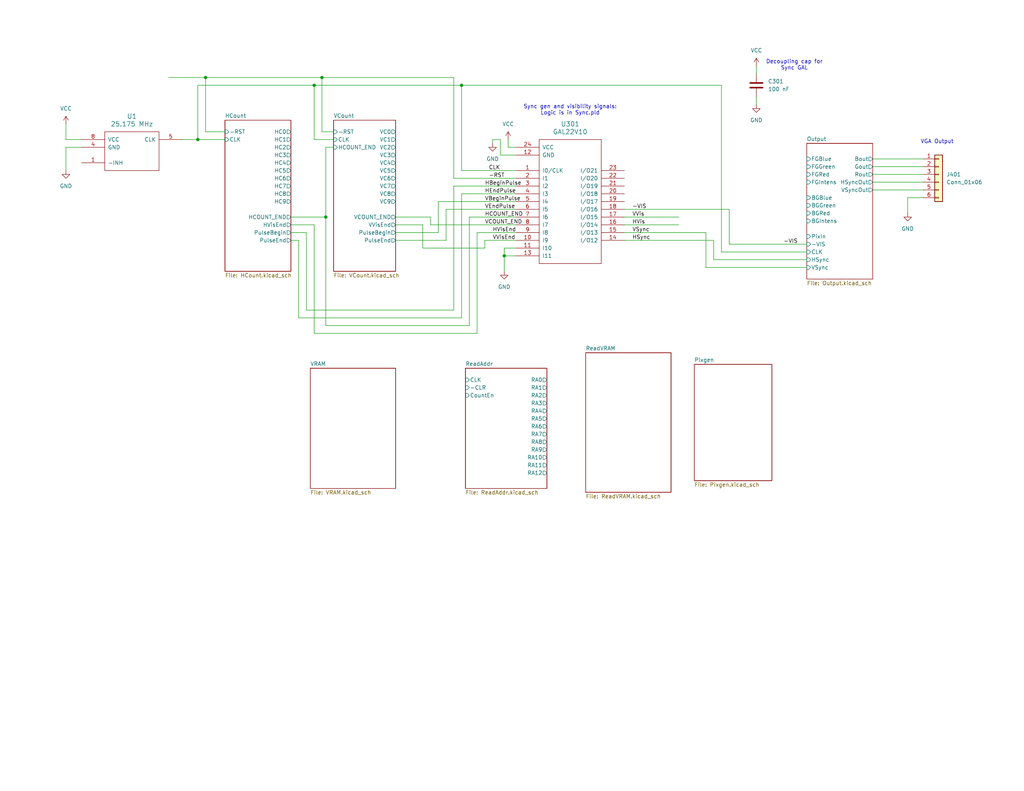
<source format=kicad_sch>
(kicad_sch (version 20231120) (generator "eeschema") (generator_version "8.0")
  (paper "User" 335.28 259.08)
  (title_block (title "Hardware VGA") (company "daveho hacks"))
  (lib_symbols
    (symbol "Connector_Generic:Conn_01x06" (pin_names (offset 1.016) hide)
      (property "Reference" "J" (at 0 7.62 0))
      (property "Value" "Conn_01x06" (at 0 -10.16 0))
      (symbol "Conn_01x06_1_1"
        (rectangle (start -1.27 -7.493) (end 0 -7.747) (stroke (width 0.1524)))
        (rectangle (start -1.27 -4.953) (end 0 -5.207) (stroke (width 0.1524)))
        (rectangle (start -1.27 -2.413) (end 0 -2.667) (stroke (width 0.1524)))
        (rectangle (start -1.27 0.127) (end 0 -0.127) (stroke (width 0.1524)))
        (rectangle (start -1.27 2.667) (end 0 2.413) (stroke (width 0.1524)))
        (rectangle (start -1.27 5.207) (end 0 4.953) (stroke (width 0.1524)))
        (rectangle (start -1.27 6.35) (end 1.27 -8.89) (stroke (width 0.254)) (fill (type background)))
        (pin passive line (at -5.08 5.08 0) (length 3.81) (name "Pin_1") (number "1"))
        (pin passive line (at -5.08 2.54 0) (length 3.81) (name "Pin_2") (number "2"))
        (pin passive line (at -5.08 0 0) (length 3.81) (name "Pin_3") (number "3"))
        (pin passive line (at -5.08 -2.54 0) (length 3.81) (name "Pin_4") (number "4"))
        (pin passive line (at -5.08 -5.08 0) (length 3.81) (name "Pin_5") (number "5"))
        (pin passive line (at -5.08 -7.62 0) (length 3.81) (name "Pin_6") (number "6"))
      )
    )
    (symbol "Device:C" (pin_numbers hide) (pin_names (offset 0.254))
      (property "Reference" "C" (at 0.635 2.54 0))
      (property "Value" "C" (at 0.635 -2.54 0))
      (symbol "C_0_1"
        (polyline (pts (xy -2.032 -0.762) (xy 2.032 -0.762)) (stroke (width 0.508)))
        (polyline (pts (xy -2.032 0.762) (xy 2.032 0.762)) (stroke (width 0.508)))
      )
      (symbol "C_1_1"
        (pin passive line (at 0 3.81 270) (length 2.794) (name "~") (number "1"))
        (pin passive line (at 0 -3.81 90) (length 2.794) (name "~") (number "2"))
      )
    )
    (symbol "GND_1" (power) (pin_numbers hide) (pin_names (offset 0) hide)
      (property "Value" "GND" (at 0 -3.81 0))
      (symbol "GND_1_0_1"
        (polyline (pts (xy 0 0) (xy 0 -1.27) (xy 1.27 -1.27) (xy 0 -2.54) (xy -1.27 -1.27) (xy 0 -1.27)))
      )
      (symbol "GND_1_1_1"
        (pin power_in line (at 0 0 270) (length 0) (name "~") (number "1"))
      )
    )
    (symbol "GND_2" (power) (pin_numbers hide) (pin_names (offset 0) hide)
      (property "Value" "GND" (at 0 -3.81 0))
      (symbol "GND_2_0_1"
        (polyline (pts (xy 0 0) (xy 0 -1.27) (xy 1.27 -1.27) (xy 0 -2.54) (xy -1.27 -1.27) (xy 0 -1.27)))
      )
      (symbol "GND_2_1_1"
        (pin power_in line (at 0 0 270) (length 0) (name "~") (number "1"))
      )
    )
    (symbol "GND_3" (power) (pin_numbers hide) (pin_names (offset 0) hide)
      (property "Value" "GND" (at 0 -3.81 0))
      (symbol "GND_3_0_1"
        (polyline (pts (xy 0 0) (xy 0 -1.27) (xy 1.27 -1.27) (xy 0 -2.54) (xy -1.27 -1.27) (xy 0 -1.27)))
      )
      (symbol "GND_3_1_1"
        (pin power_in line (at 0 0 270) (length 0) (name "~") (number "1"))
      )
    )
    (symbol "GND_4" (power) (pin_numbers hide) (pin_names (offset 0) hide)
      (property "Value" "GND" (at 0 -3.81 0))
      (symbol "GND_4_0_1"
        (polyline (pts (xy 0 0) (xy 0 -1.27) (xy 1.27 -1.27) (xy 0 -2.54) (xy -1.27 -1.27) (xy 0 -1.27)))
      )
      (symbol "GND_4_1_1"
        (pin power_in line (at 0 0 270) (length 0) (name "~") (number "1"))
      )
    )
    (symbol "VCC_1" (power) (pin_numbers hide) (pin_names (offset 0) hide)
      (property "Value" "VCC" (at 0 3.556 0))
      (symbol "VCC_1_0_1"
        (polyline (pts (xy -0.762 1.27) (xy 0 2.54)))
        (polyline (pts (xy 0 0) (xy 0 2.54)))
        (polyline (pts (xy 0 2.54) (xy 0.762 1.27)))
      )
      (symbol "VCC_1_1_1"
        (pin power_in line (at 0 0 90) (length 0) (name "~") (number "1"))
      )
    )
    (symbol "VCC_2" (power) (pin_numbers hide) (pin_names (offset 0) hide)
      (property "Value" "VCC" (at 0 3.556 0))
      (symbol "VCC_2_0_1"
        (polyline (pts (xy -0.762 1.27) (xy 0 2.54)))
        (polyline (pts (xy 0 0) (xy 0 2.54)))
        (polyline (pts (xy 0 2.54) (xy 0.762 1.27)))
      )
      (symbol "VCC_2_1_1"
        (pin power_in line (at 0 0 90) (length 0) (name "~") (number "1"))
      )
    )
    (symbol "power:GND" (power) (pin_names (offset 0))
      (property "Value" "GND" (at 0 -3.81 0))
      (symbol "GND_0_1"
        (polyline (pts (xy 0 0) (xy 0 -1.27) (xy 1.27 -1.27) (xy 0 -2.54) (xy -1.27 -1.27) (xy 0 -1.27)))
      )
      (symbol "GND_1_1"
        (pin power_in line (at 0 0 270) (length 0) hide (name "GND") (number "1"))
      )
    )
    (symbol "power:VCC" (power) (pin_names (offset 0))
      (property "Value" "VCC" (at 0 3.81 0))
      (symbol "VCC_0_1"
        (polyline (pts (xy -0.762 1.27) (xy 0 2.54)))
        (polyline (pts (xy 0 0) (xy 0 2.54)))
        (polyline (pts (xy 0 2.54) (xy 0.762 1.27)))
      )
      (symbol "VCC_1_1"
        (pin power_in line (at 0 0 90) (length 0) hide (name "VCC") (number "1"))
      )
    )
    (symbol "ya68k:GAL22V10" (pin_names (offset 1.016))
      (property "Reference" "U" (at -1.27 20.32 0))
      (property "Value" "GAL22V10" (at 0 -24.13 0))
      (symbol "GAL22V10_0_1"
        (rectangle (start -10.16 19.05) (end 10.16 -21.59))
      )
      (symbol "GAL22V10_1_1"
        (pin input line (at -17.78 8.89 0) (length 7.62) (name "I0/CLK") (number "1"))
        (pin input line (at -17.78 -13.97 0) (length 7.62) (name "I9") (number "10"))
        (pin input line (at -17.78 -16.51 0) (length 7.62) (name "I10") (number "11"))
        (pin power_in line (at -17.78 13.97 0) (length 7.62) (name "GND") (number "12"))
        (pin input line (at -17.78 -19.05 0) (length 7.62) (name "I11") (number "13"))
        (pin bidirectional line (at 17.78 -13.97 180) (length 7.62) (name "I/O12") (number "14"))
        (pin bidirectional line (at 17.78 -11.43 180) (length 7.62) (name "I/O13") (number "15"))
        (pin bidirectional line (at 17.78 -8.89 180) (length 7.62) (name "I/O14") (number "16"))
        (pin bidirectional line (at 17.78 -6.35 180) (length 7.62) (name "I/O15") (number "17"))
        (pin bidirectional line (at 17.78 -3.81 180) (length 7.62) (name "I/O16") (number "18"))
        (pin bidirectional line (at 17.78 -1.27 180) (length 7.62) (name "I/O17") (number "19"))
        (pin input line (at -17.78 6.35 0) (length 7.62) (name "I1") (number "2"))
        (pin bidirectional line (at 17.78 1.27 180) (length 7.62) (name "I/O18") (number "20"))
        (pin bidirectional line (at 17.78 3.81 180) (length 7.62) (name "I/O19") (number "21"))
        (pin bidirectional line (at 17.78 6.35 180) (length 7.62) (name "I/O20") (number "22"))
        (pin bidirectional line (at 17.78 8.89 180) (length 7.62) (name "I/O21") (number "23"))
        (pin power_in line (at -17.78 16.51 0) (length 7.62) (name "VCC") (number "24"))
        (pin input line (at -17.78 3.81 0) (length 7.62) (name "I2") (number "3"))
        (pin input line (at -17.78 1.27 0) (length 7.62) (name "I3") (number "4"))
        (pin input line (at -17.78 -1.27 0) (length 7.62) (name "I4") (number "5"))
        (pin input line (at -17.78 -3.81 0) (length 7.62) (name "I5") (number "6"))
        (pin input line (at -17.78 -6.35 0) (length 7.62) (name "I6") (number "7"))
        (pin input line (at -17.78 -8.89 0) (length 7.62) (name "I7") (number "8"))
        (pin input line (at -17.78 -11.43 0) (length 7.62) (name "I8") (number "9"))
      )
    )
    (symbol "ya68k:XTAL_OSC_HALF_CAN" (pin_names (offset 1.016))
      (property "Reference" "U" (at 0 7.62 0))
      (property "Value" "XTAL_OSC_HALF_CAN" (at 0 -7.62 0))
      (symbol "XTAL_OSC_HALF_CAN_0_1"
        (rectangle (start -8.89 6.35) (end 8.89 -6.35))
      )
      (symbol "XTAL_OSC_HALF_CAN_1_1"
        (pin input line (at -16.51 -3.81 0) (length 7.62) (name "-INH") (number "1"))
        (pin input line (at -16.51 1.27 0) (length 7.62) (name "GND") (number "4"))
        (pin input line (at 16.51 3.81 180) (length 7.62) (name "CLK") (number "5"))
        (pin input line (at -16.51 3.81 0) (length 7.62) (name "VCC") (number "8"))
      )
    )
  )
  (junction (at 151.13 27.94))
  (junction (at 64.77 45.72))
  (junction (at 67.31 25.4))
  (junction (at 105.41 25.4))
  (junction (at 102.87 27.94))
  (junction (at 106.68 71.12))
  (junction (at 165.1 83.82))
  (wire (pts (xy 163.83 45.72) (xy 161.29 45.72)))
  (wire (pts (xy 129.54 73.66) (xy 138.43 73.66)))
  (wire (pts (xy 264.16 85.09) (xy 233.68 85.09)))
  (wire (pts (xy 67.31 25.4) (xy 105.41 25.4)))
  (wire (pts (xy 102.87 73.66) (xy 102.87 109.22)))
  (wire (pts (xy 285.75 54.61) (xy 302.26 54.61)))
  (wire (pts (xy 165.1 83.82) (xy 168.91 83.82)))
  (wire (pts (xy 297.18 64.77) (xy 297.18 69.85)))
  (wire (pts (xy 238.76 80.01) (xy 264.16 80.01)))
  (wire (pts (xy 21.59 48.26) (xy 21.59 55.88)))
  (wire (pts (xy 148.59 25.4) (xy 148.59 58.42)))
  (wire (pts (xy 73.66 43.18) (xy 67.31 43.18)))
  (wire (pts (xy 236.22 27.94) (xy 236.22 82.55)))
  (wire (pts (xy 138.43 73.66) (xy 138.43 81.28)))
  (wire (pts (xy 100.33 101.6) (xy 148.59 101.6)))
  (wire (pts (xy 105.41 25.4) (xy 105.41 43.18)))
  (wire (pts (xy 165.1 81.28) (xy 165.1 83.82)))
  (wire (pts (xy 236.22 82.55) (xy 264.16 82.55)))
  (wire (pts (xy 247.65 31.75) (xy 247.65 34.29)))
  (wire (pts (xy 156.21 109.22) (xy 156.21 76.2)))
  (wire (pts (xy 95.25 71.12) (xy 106.68 71.12)))
  (wire (pts (xy 163.83 50.8) (xy 163.83 45.72)))
  (wire (pts (xy 151.13 27.94) (xy 236.22 27.94)))
  (wire (pts (xy 129.54 76.2) (xy 143.51 76.2)))
  (wire (pts (xy 233.68 85.09) (xy 233.68 78.74)))
  (wire (pts (xy 204.47 73.66) (xy 222.25 73.66)))
  (wire (pts (xy 158.75 78.74) (xy 168.91 78.74)))
  (wire (pts (xy 156.21 76.2) (xy 168.91 76.2)))
  (wire (pts (xy 100.33 76.2) (xy 100.33 101.6)))
  (wire (pts (xy 26.67 48.26) (xy 21.59 48.26)))
  (wire (pts (xy 55.245 25.4) (xy 67.31 25.4)))
  (wire (pts (xy 26.67 45.72) (xy 21.59 45.72)))
  (wire (pts (xy 95.25 73.66) (xy 102.87 73.66)))
  (wire (pts (xy 102.87 109.22) (xy 156.21 109.22)))
  (wire (pts (xy 168.91 50.8) (xy 163.83 50.8)))
  (wire (pts (xy 161.29 45.72) (xy 161.29 46.99)))
  (wire (pts (xy 106.68 71.12) (xy 106.68 48.26)))
  (wire (pts (xy 165.1 83.82) (xy 165.1 88.9)))
  (wire (pts (xy 106.68 48.26) (xy 109.22 48.26)))
  (wire (pts (xy 148.59 101.6) (xy 148.59 60.96)))
  (wire (pts (xy 151.13 55.88) (xy 168.91 55.88)))
  (wire (pts (xy 168.91 73.66) (xy 140.97 73.66)))
  (wire (pts (xy 67.31 43.18) (xy 67.31 25.4)))
  (wire (pts (xy 148.59 58.42) (xy 168.91 58.42)))
  (wire (pts (xy 151.13 27.94) (xy 151.13 55.88)))
  (wire (pts (xy 204.47 78.74) (xy 233.68 78.74)))
  (wire (pts (xy 140.97 71.12) (xy 129.54 71.12)))
  (wire (pts (xy 109.22 43.18) (xy 105.41 43.18)))
  (wire (pts (xy 151.13 104.14) (xy 151.13 63.5)))
  (wire (pts (xy 21.59 40.64) (xy 21.59 45.72)))
  (wire (pts (xy 302.26 64.77) (xy 297.18 64.77)))
  (wire (pts (xy 204.47 76.2) (xy 231.14 76.2)))
  (wire (pts (xy 143.51 66.04) (xy 168.91 66.04)))
  (wire (pts (xy 146.05 68.58) (xy 168.91 68.58)))
  (wire (pts (xy 166.37 45.72) (xy 166.37 48.26)))
  (wire (pts (xy 64.77 45.72) (xy 73.66 45.72)))
  (wire (pts (xy 97.79 104.14) (xy 151.13 104.14)))
  (wire (pts (xy 168.91 48.26) (xy 166.37 48.26)))
  (wire (pts (xy 285.75 57.15) (xy 302.26 57.15)))
  (wire (pts (xy 168.91 81.28) (xy 165.1 81.28)))
  (wire (pts (xy 64.77 27.94) (xy 64.77 45.72)))
  (wire (pts (xy 158.75 81.28) (xy 158.75 78.74)))
  (wire (pts (xy 231.14 87.63) (xy 231.14 76.2)))
  (wire (pts (xy 285.75 62.23) (xy 302.26 62.23)))
  (wire (pts (xy 106.68 71.12) (xy 106.68 106.68)))
  (wire (pts (xy 105.41 25.4) (xy 148.59 25.4)))
  (wire (pts (xy 109.22 45.72) (xy 102.87 45.72)))
  (wire (pts (xy 204.47 68.58) (xy 238.76 68.58)))
  (wire (pts (xy 102.87 27.94) (xy 102.87 45.72)))
  (wire (pts (xy 151.13 63.5) (xy 168.91 63.5)))
  (wire (pts (xy 247.65 21.59) (xy 247.65 24.13)))
  (wire (pts (xy 138.43 81.28) (xy 158.75 81.28)))
  (wire (pts (xy 106.68 106.68) (xy 153.67 106.68)))
  (wire (pts (xy 143.51 66.04) (xy 143.51 76.2)))
  (wire (pts (xy 204.47 71.12) (xy 222.25 71.12)))
  (wire (pts (xy 285.75 59.69) (xy 302.26 59.69)))
  (wire (pts (xy 151.13 27.94) (xy 102.87 27.94)))
  (wire (pts (xy 95.25 76.2) (xy 100.33 76.2)))
  (wire (pts (xy 238.76 80.01) (xy 238.76 68.58)))
  (wire (pts (xy 140.97 73.66) (xy 140.97 71.12)))
  (wire (pts (xy 285.75 52.07) (xy 302.26 52.07)))
  (wire (pts (xy 146.05 78.74) (xy 146.05 68.58)))
  (wire (pts (xy 129.54 78.74) (xy 146.05 78.74)))
  (wire (pts (xy 95.25 78.74) (xy 97.79 78.74)))
  (wire (pts (xy 148.59 60.96) (xy 168.91 60.96)))
  (wire (pts (xy 64.77 27.94) (xy 102.87 27.94)))
  (wire (pts (xy 264.16 87.63) (xy 231.14 87.63)))
  (wire (pts (xy 97.79 78.74) (xy 97.79 104.14)))
  (wire (pts (xy 59.69 45.72) (xy 64.77 45.72)))
  (wire (pts (xy 168.91 71.12) (xy 153.67 71.12)))
  (wire (pts (xy 153.67 71.12) (xy 153.67 106.68)))
  (text "Decoupling cap for\nSync GAL" (at 260.096 21.336 0) (effects (font (size 1.27 1.27))))
  (text "Sync gen and visibility signals:\nLogic is in Sync.pld" (at 186.69 36.068 0) (effects (font (size 1.27 1.27))))
  (text "VGA Output" (at 306.832 46.482 0) (effects (font (size 1.27 1.27))))
  (label "HSync" (at 207.01 78.74 0))
  (label "HVisEnd" (at 161.29 76.2 0))
  (label "CLK" (at 160.02 55.88 0))
  (label "-VIS" (at 256.54 80.01 0))
  (label "VSync" (at 207.01 76.2 0))
  (label "VCOUNT_END" (at 158.75 73.66 0))
  (label "VVis" (at 207.01 71.12 0))
  (label "VEndPulse" (at 158.75 68.58 0))
  (label "-VIS" (at 207.01 68.58 0))
  (label "HEndPulse" (at 158.75 63.5 0))
  (label "VVisEnd" (at 161.29 78.74 0))
  (label "VBeginPulse" (at 158.75 66.04 0))
  (label "HVis" (at 207.01 73.66 0))
  (label "HBeginPulse" (at 158.75 60.96 0))
  (label "HCOUNT_END" (at 158.75 71.12 0))
  (label "-RST" (at 160.02 58.42 0))
  (symbol (lib_name "GND_4") (lib_id "power:GND") (at 297.18 69.85 0) (unit 1)
    (property "Reference" "#PWR091" (effects (hide yes)))
    (property "Value" "GND" (at 297.18 74.93 0))
    (property "Description" "Power symbol creates a global label with name \"GND\" , ground" (effects (hide yes)))
  )
  (symbol (lib_id "power:GND") (at 21.59 55.88 0) (unit 1)
    (property "Reference" "#PWR02" (effects (hide yes)))
    (property "Value" "GND" (at 21.59 60.96 0))
  )
  (symbol (lib_id "ya68k:XTAL_OSC_HALF_CAN") (at 43.18 49.53 0) (unit 1)
    (property "Reference" "U1" (at 43.18 38.1 0) (effects (font (size 1.524 1.524))))
    (property "Value" "25.175 MHz" (at 43.18 40.64 0) (effects (font (size 1.524 1.524))))
  )
  (symbol (lib_id "Device:C") (at 247.65 27.94 0) (unit 1)
    (property "Reference" "C301" (at 251.46 26.6699 0) (effects (justify left)))
    (property "Value" "100 nF" (at 251.46 29.2099 0) (effects (justify left)))
    (property "Description" "Unpolarized capacitor" (effects (hide yes)))
  )
  (symbol (lib_id "Connector_Generic:Conn_01x06") (at 307.34 57.15 0) (unit 1)
    (property "Reference" "J401" (at 309.88 57.1499 0) (effects (justify left)))
    (property "Value" "Conn_01x06" (at 309.88 59.6899 0) (effects (justify left)))
    (property "Description" "Generic connector, single row, 01x06, script generated (kicad-library-utils/schlib/autogen/connector/)" (effects (hide yes)))
  )
  (symbol (lib_name "GND_1") (lib_id "power:GND") (at 165.1 88.9 0) (unit 1)
    (property "Reference" "#PWR028" (effects (hide yes)))
    (property "Value" "GND" (at 165.1 93.98 0))
    (property "Description" "Power symbol creates a global label with name \"GND\" , ground" (effects (hide yes)))
  )
  (symbol (lib_id "power:VCC") (at 21.59 40.64 0) (unit 1)
    (property "Reference" "#PWR01" (effects (hide yes)))
    (property "Value" "VCC" (at 21.59 35.56 0))
  )
  (symbol (lib_name "GND_2") (lib_id "power:GND") (at 161.29 46.99 0) (unit 1)
    (property "Reference" "#PWR037" (effects (hide yes)))
    (property "Value" "GND" (at 161.29 52.07 0))
    (property "Description" "Power symbol creates a global label with name \"GND\" , ground" (effects (hide yes)))
  )
  (symbol (lib_id "ya68k:GAL22V10") (at 186.69 64.77 0) (unit 1)
    (property "Reference" "U301" (at 186.69 40.64 0) (effects (font (size 1.524 1.524))))
    (property "Value" "GAL22V10" (at 186.69 43.18 0) (effects (font (size 1.524 1.524))))
  )
  (symbol (lib_name "VCC_2") (lib_id "power:VCC") (at 247.65 21.59 0) (unit 1)
    (property "Reference" "#PWR038" (effects (hide yes)))
    (property "Value" "VCC" (at 247.65 16.51 0))
    (property "Description" "Power symbol creates a global label with name \"VCC\"" (effects (hide yes)))
  )
  (symbol (lib_name "GND_3") (lib_id "power:GND") (at 247.65 34.29 0) (unit 1)
    (property "Reference" "#PWR039" (effects (hide yes)))
    (property "Value" "GND" (at 247.65 39.37 0))
    (property "Description" "Power symbol creates a global label with name \"GND\" , ground" (effects (hide yes)))
  )
  (symbol (lib_name "VCC_1") (lib_id "power:VCC") (at 166.37 45.72 0) (unit 1)
    (property "Reference" "#PWR029" (effects (hide yes)))
    (property "Value" "VCC" (at 166.37 40.64 0))
    (property "Description" "Power symbol creates a global label with name \"VCC\"" (effects (hide yes)))
  )
  (sheet (at 73.66 39.37) (size 21.59 49.53) (stroke (width 0.1524))
    (property "Sheetname" "HCount" (at 73.66 38.6584 0) (effects (justify left bottom)))
    (property "Sheetfile" "HCount.kicad_sch" (at 73.66 89.4846 0) (effects (justify left top)))
    (pin "CLK" input (at 73.66 45.72 180))
    (pin "HC0" output (at 95.25 43.18 0))
    (pin "HC1" output (at 95.25 45.72 0))
    (pin "HC4" output (at 95.25 53.34 0))
    (pin "HC3" output (at 95.25 50.8 0))
    (pin "HC2" output (at 95.25 48.26 0))
    (pin "HC5" output (at 95.25 55.88 0))
    (pin "HC7" output (at 95.25 60.96 0))
    (pin "HC6" output (at 95.25 58.42 0))
    (pin "HC8" output (at 95.25 63.5 0))
    (pin "HC9" output (at 95.25 66.04 0))
    (pin "-RST" input (at 73.66 43.18 180))
    (pin "HCOUNT_END" output (at 95.25 71.12 0))
    (pin "HVisEnd" output (at 95.25 73.66 0))
    (pin "PulseBegin" output (at 95.25 76.2 0))
    (pin "PulseEnd" output (at 95.25 78.74 0))
  )
  (sheet (at 101.6 120.65) (size 27.94 39.37) (stroke (width 0.1524))
    (property "Sheetname" "VRAM" (at 101.6 119.9384 0) (effects (justify left bottom)))
    (property "Sheetfile" "VRAM.kicad_sch" (at 101.6 160.6046 0) (effects (justify left top)))
  )
  (sheet (at 264.16 46.99) (size 21.59 44.45) (stroke (width 0.1524))
    (property "Sheetname" "Output" (at 264.16 46.2784 0) (effects (justify left bottom)))
    (property "Sheetfile" "Output.kicad_sch" (at 264.16 92.0246 0) (effects (justify left top)))
    (pin "FGGreen" input (at 264.16 54.61 180))
    (pin "FGIntens" input (at 264.16 59.69 180))
    (pin "FGBlue" input (at 264.16 52.07 180))
    (pin "FGRed" input (at 264.16 57.15 180))
    (pin "PixIn" input (at 264.16 77.47 180))
    (pin "BGRed" input (at 264.16 69.85 180))
    (pin "BGBlue" input (at 264.16 64.77 180))
    (pin "BGIntens" input (at 264.16 72.39 180))
    (pin "BGGreen" input (at 264.16 67.31 180))
    (pin "Bout" output (at 285.75 52.07 0))
    (pin "Gout" output (at 285.75 54.61 0))
    (pin "Rout" output (at 285.75 57.15 0))
    (pin "CLK" input (at 264.16 82.55 180))
    (pin "-VIS" input (at 264.16 80.01 180))
    (pin "HSync" input (at 264.16 85.09 180))
    (pin "VSync" input (at 264.16 87.63 180))
    (pin "HSyncOut" output (at 285.75 59.69 0))
    (pin "VSyncOut" output (at 285.75 62.23 0))
  )
  (sheet (at 191.77 115.57) (size 27.94 45.72) (stroke (width 0.1524))
    (property "Sheetname" "ReadVRAM" (at 191.77 114.8584 0) (effects (justify left bottom)))
    (property "Sheetfile" "ReadVRAM.kicad_sch" (at 191.77 161.8746 0) (effects (justify left top)))
  )
  (sheet (at 152.4 120.65) (size 26.67 39.37) (stroke (width 0.1524))
    (property "Sheetname" "ReadAddr" (at 152.4 119.9384 0) (effects (justify left bottom)))
    (property "Sheetfile" "ReadAddr.kicad_sch" (at 152.4 160.6046 0) (effects (justify left top)))
    (pin "CLK" input (at 152.4 124.46 180))
    (pin "-CLR" input (at 152.4 127 180))
    (pin "CountEn" input (at 152.4 129.54 180))
    (pin "RA7" output (at 179.07 142.24 0))
    (pin "RA6" output (at 179.07 139.7 0))
    (pin "RA5" output (at 179.07 137.16 0))
    (pin "RA0" output (at 179.07 124.46 0))
    (pin "RA1" output (at 179.07 127 0))
    (pin "RA2" output (at 179.07 129.54 0))
    (pin "RA3" output (at 179.07 132.08 0))
    (pin "RA4" output (at 179.07 134.62 0))
    (pin "RA8" output (at 179.07 144.78 0))
    (pin "RA9" output (at 179.07 147.32 0))
    (pin "RA10" output (at 179.07 149.86 0))
    (pin "RA11" output (at 179.07 152.4 0))
    (pin "RA12" output (at 179.07 154.94 0))
  )
  (sheet (at 227.33 119.38) (size 25.4 38.1) (stroke (width 0.1524))
    (property "Sheetname" "Pixgen" (at 227.33 118.6684 0) (effects (justify left bottom)))
    (property "Sheetfile" "Pixgen.kicad_sch" (at 227.33 158.0646 0) (effects (justify left top)))
  )
  (sheet (at 109.22 39.37) (size 20.32 49.53) (stroke (width 0.1524))
    (property "Sheetname" "VCount" (at 109.22 38.6584 0) (effects (justify left bottom)))
    (property "Sheetfile" "VCount.kicad_sch" (at 109.22 89.4846 0) (effects (justify left top)))
    (pin "HCOUNT_END" input (at 109.22 48.26 180))
    (pin "PulseEnd" output (at 129.54 78.74 0))
    (pin "PulseBegin" output (at 129.54 76.2 0))
    (pin "VVisEnd" output (at 129.54 73.66 0))
    (pin "VCOUNT_END" output (at 129.54 71.12 0))
    (pin "VC4" output (at 129.54 53.34 0))
    (pin "VC2" output (at 129.54 48.26 0))
    (pin "VC0" output (at 129.54 43.18 0))
    (pin "VC1" output (at 129.54 45.72 0))
    (pin "VC3" output (at 129.54 50.8 0))
    (pin "VC5" output (at 129.54 55.88 0))
    (pin "VC7" output (at 129.54 60.96 0))
    (pin "VC9" output (at 129.54 66.04 0))
    (pin "VC8" output (at 129.54 63.5 0))
    (pin "VC6" output (at 129.54 58.42 0))
    (pin "-RST" input (at 109.22 43.18 180))
    (pin "CLK" input (at 109.22 45.72 180))
  )
)
</source>
